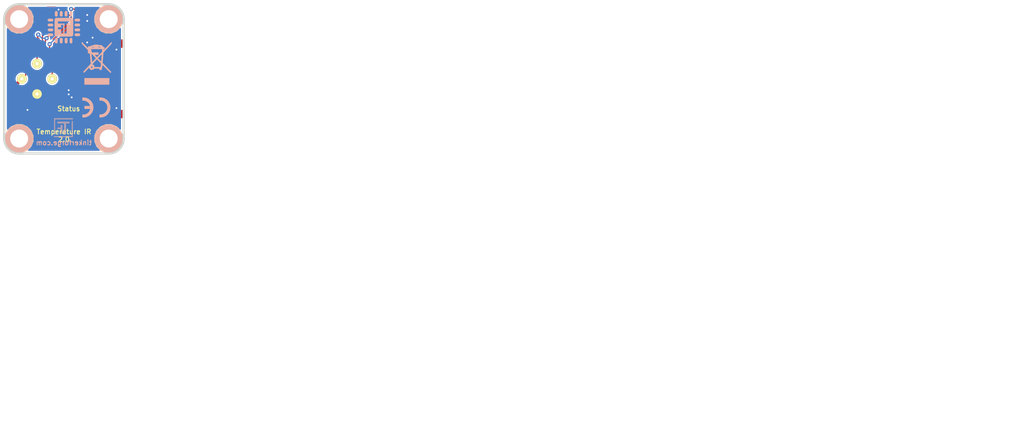
<source format=kicad_pcb>
(kicad_pcb (version 20211014) (generator pcbnew)
  (title_block (title "Temperature IR Bricklet") (date "2017-10-18") (rev "2.0") (company "Tinkerforge GmbH") (comment 1 "Licensed under CERN OHL v.1.1") (comment 2 "Copyright (©) 2017, B.Nordmeyer <bastian@tinkerforge.com>"))
  (layers (0 "F.Cu" signal "Vorderseite") (31 "B.Cu" signal "Rückseite") (34 "B.Paste" user) (35 "F.Paste" user) (36 "B.SilkS" user "B.Silkscreen") (37 "F.SilkS" user "F.Silkscreen") (38 "B.Mask" user) (39 "F.Mask" user) (44 "Edge.Cuts" user))
  (net 0 "")
  (net 1 "GND")
  (net 2 "SCL")
  (net 3 "SDA")
  (net 4 "VCC")
  (net 5 "Net-(P1-Pad6)")
  (net 6 "Net-(C2-Pad1)")
  (net 7 "Net-(D1-Pad2)")
  (net 8 "Net-(P1-Pad4)")
  (net 9 "Net-(P1-Pad5)")
  (net 10 "Net-(P2-Pad1)")
  (net 11 "Net-(P3-Pad2)")
  (net 12 "Net-(R1-Pad1)")
  (net 13 "S-MISO")
  (net 14 "S-MOSI")
  (net 15 "S-CLK")
  (net 16 "S-CS")
  (net 17 "+5V")
  (net 18 "Net-(RP2-Pad6)")
  (net 19 "Net-(RP2-Pad7)")
  (net 20 "Net-(U1-Pad2)")
  (net 21 "Net-(U1-Pad3)")
  (net 22 "Net-(U1-Pad4)")
  (net 23 "Net-(U1-Pad5)")
  (net 24 "Net-(U1-Pad6)")
  (net 25 "Net-(U1-Pad8)")
  (net 26 "Net-(U1-Pad11)")
  (net 27 "Net-(U1-Pad12)")
  (net 28 "Net-(U1-Pad13)")
  (net 29 "Net-(U1-Pad14)")
  (net 30 "Net-(U1-Pad18)")
  (net 31 "Net-(U1-Pad20)")
  (net 32 "Net-(U1-Pad21)")
  (footprint "kicad-libraries:DRILL_NP" (layer "F.Cu") (at 115.88 117.26)
    (fp_text reference "U4" hide)
    (fp_text value "DRILL" hide)
    (pad "" np_thru_hole circle locked (at 0 0) (size 2.99974 2.99974) (drill 2.99974) (layers *.Cu *.Mask "F.SilkS") (clearance 0.89916))
  )
  (footprint "kicad-libraries:DRILL_NP" (layer "F.Cu") (at 130.88 117.26 90)
    (fp_text reference "U7" hide)
    (fp_text value "DRILL" hide)
    (pad "" np_thru_hole circle locked (at 0 0 90) (size 2.99974 2.99974) (drill 2.99974) (layers *.Cu *.Mask "F.SilkS") (clearance 0.89916))
  )
  (footprint "kicad-libraries:TO-39" (layer "F.Cu") (at 118.88 107.26 180)
    (fp_text reference "U2")
    (fp_text value "MLX90614")
    (pad "1" thru_hole circle locked (at -2.54 0 180) (size 1.6002 1.6002) (drill 0.50038) (layers *.Cu *.Mask "F.SilkS") (net 2 "SCL"))
    (pad "2" thru_hole circle locked (at 0 2.54 180) (size 1.6002 1.6002) (drill 0.50038) (layers *.Cu *.Mask "F.SilkS") (net 3 "SDA"))
    (pad "3" thru_hole circle locked (at 2.54 0 180) (size 1.6002 1.6002) (drill 0.50038) (layers *.Cu *.Mask "F.SilkS") (net 4 "VCC"))
    (pad "4" thru_hole circle locked (at 0 -2.54 180) (size 1.6002 1.6002) (drill 0.50038) (layers *.Cu *.Mask "F.SilkS") (net 1 "GND"))
  )
  (footprint "kicad-libraries:Fiducial_Mark" (layer "F.Cu") (at 119.88 118.26)
    (fp_text reference "Fiducial_Mark" hide)
    (fp_text value "VAL**" hide)
    (pad "1" smd circle locked (at 0 0) (size 1.00076 1.00076) (layers "F.Cu" "F.Paste" "F.Mask") (clearance 0.65024))
  )
  (footprint "kicad-libraries:Fiducial_Mark" (layer "F.Cu") (at 131.88 104.26)
    (fp_text reference "Fiducial_Mark" hide)
    (fp_text value "VAL**" hide)
    (pad "1" smd circle locked (at 0 0) (size 1.00076 1.00076) (layers "F.Cu" "F.Paste" "F.Mask") (clearance 0.65024))
  )
  (footprint "kicad-libraries:DRILL_NP" (layer "F.Cu") (at 130.88 97.26 90)
    (fp_text reference "U5" hide)
    (fp_text value "DRILL" hide)
    (pad "" np_thru_hole circle locked (at 0 0 90) (size 2.99974 2.99974) (drill 2.99974) (layers *.Cu *.Mask "F.SilkS") (clearance 0.89916))
  )
  (footprint "kicad-libraries:DRILL_NP" (layer "F.Cu") (at 115.88 97.26)
    (fp_text reference "U6" hide)
    (fp_text value "DRILL" hide)
    (pad "" np_thru_hole circle locked (at 0 0) (size 2.99974 2.99974) (drill 2.99974) (layers *.Cu *.Mask "F.SilkS") (clearance 0.89916))
  )
  (footprint "kicad-libraries:C0805" (layer "F.Cu") (at 126.68 108.76 -90)
    (fp_text reference "C1")
    (fp_text value "10uF")
    (pad "1" smd rect locked (at -1.00076 0 270) (size 1.00076 1.24968) (layers "F.Cu" "F.Paste" "F.Mask") (net 4 "VCC") (clearance 0.14986))
    (pad "2" smd rect locked (at 1.00076 0 270) (size 1.00076 1.24968) (layers "F.Cu" "F.Paste" "F.Mask") (net 1 "GND") (clearance 0.14986))
  )
  (footprint "kicad-libraries:C0603F" (layer "F.Cu") (at 124.98 108.76 90)
    (fp_text reference "C3")
    (fp_text value "1uF")
    (pad "1" smd rect locked (at -0.75 0 90) (size 0.9 0.9) (layers "F.Cu" "F.Paste" "F.Mask") (net 1 "GND"))
    (pad "2" smd rect locked (at 0.75 0 90) (size 0.9 0.9) (layers "F.Cu" "F.Paste" "F.Mask") (net 4 "VCC"))
  )
  (footprint "kicad-libraries:C0603F" (layer "F.Cu") (at 126.08 96.56 -45)
    (fp_text reference "C4")
    (fp_text value "100nF")
    (pad "1" smd rect locked (at -0.75 0 315) (size 0.9 0.9) (layers "F.Cu" "F.Paste" "F.Mask") (net 4 "VCC"))
    (pad "2" smd rect locked (at 0.75 0 315) (size 0.9 0.9) (layers "F.Cu" "F.Paste" "F.Mask") (net 1 "GND"))
  )
  (footprint "kicad-libraries:C0603F" (layer "F.Cu") (at 115.78 112.46)
    (fp_text reference "C5")
    (fp_text value "100nF")
    (pad "1" smd rect locked (at -0.75 0) (size 0.9 0.9) (layers "F.Cu" "F.Paste" "F.Mask") (net 4 "VCC"))
    (pad "2" smd rect locked (at 0.75 0) (size 0.9 0.9) (layers "F.Cu" "F.Paste" "F.Mask") (net 1 "GND"))
  )
  (footprint "kicad-libraries:CON-SENSOR2" (layer "F.Cu") (at 133.38 107.26 90)
    (fp_text reference "P1")
    (fp_text value "CON-SENSOR2")
    (pad "1" smd rect locked (at -3.75 -4.6 90) (size 0.6 1.8) (layers "F.Cu" "F.Paste" "F.Mask") (net 17 "+5V"))
    (pad "2" smd rect locked (at -2.5 -4.6 90) (size 0.6 1.8) (layers "F.Cu" "F.Paste" "F.Mask") (net 1 "GND"))
    (pad "3" smd rect locked (at -1.25 -4.6 90) (size 0.6 1.8) (layers "F.Cu" "F.Paste" "F.Mask") (net 4 "VCC"))
    (pad "4" smd rect locked (at 0 -4.6 90) (size 0.6 1.8) (layers "F.Cu" "F.Paste" "F.Mask") (net 8 "Net-(P1-Pad4)"))
    (pad "5" smd rect locked (at 1.25 -4.6 90) (size 0.6 1.8) (layers "F.Cu" "F.Paste" "F.Mask") (net 9 "Net-(P1-Pad5)"))
    (pad "6" smd rect locked (at 2.5 -4.6 90) (size 0.6 1.8) (layers "F.Cu" "F.Paste" "F.Mask") (net 5 "Net-(P1-Pad6)"))
    (pad "7" smd rect locked (at 3.75 -4.6 90) (size 0.6 1.8) (layers "F.Cu" "F.Paste" "F.Mask") (net 6 "Net-(C2-Pad1)"))
    (pad "EP" smd rect locked (at -5.9 -1.2 90) (size 1.4 2.4) (layers "F.Cu" "F.Paste" "F.Mask") (net 1 "GND"))
    (pad "EP" smd rect locked (at 5.9 -1.2 90) (size 1.4 2.4) (layers "F.Cu" "F.Paste" "F.Mask") (net 1 "GND"))
  )
  (footprint "kicad-libraries:DEBUG_PAD" (layer "F.Cu") (at 119.68 97.16)
    (fp_text reference "P2")
    (fp_text value "DEBUG")
    (pad "1" smd circle locked (at 0 0) (size 0.7 0.7) (layers "F.Cu" "F.Paste" "F.Mask") (net 10 "Net-(P2-Pad1)"))
  )
  (footprint "kicad-libraries:SolderJumper" (layer "F.Cu") (at 121.28 95.86 -90)
    (fp_text reference "P3")
    (fp_text value "BOOT")
    (pad "1" smd rect locked (at -0.5 0 270) (size 0.4 1.4) (layers "F.Cu" "F.Mask") (net 1 "GND"))
    (pad "1" smd rect locked (at -0.225 -0.55 270) (size 0.95 0.3) (layers "F.Cu" "F.Mask") (net 1 "GND"))
    (pad "1" smd rect locked (at -0.225 0.55 270) (size 0.95 0.3) (layers "F.Cu" "F.Mask") (net 1 "GND"))
    (pad "2" smd rect locked (at 0.55 0 270) (size 0.3 1.4) (layers "F.Cu" "F.Mask") (net 11 "Net-(P3-Pad2)"))
    (pad "2" smd rect locked (at 0.15 0 270) (size 0.6 0.5) (layers "F.Cu" "F.Mask") (net 11 "Net-(P3-Pad2)"))
  )
  (footprint "kicad-libraries:R0603F" (layer "F.Cu") (at 125.98 113.76 180)
    (fp_text reference "R1")
    (fp_text value "10k")
    (pad "1" smd rect locked (at -0.75 0 180) (size 0.9 0.9) (layers "F.Cu" "F.Paste" "F.Mask") (net 12 "Net-(R1-Pad1)"))
    (pad "2" smd rect locked (at 0.75 0 180) (size 0.9 0.9) (layers "F.Cu" "F.Paste" "F.Mask") (net 7 "Net-(D1-Pad2)"))
  )
  (footprint "kicad-libraries:4X0402" (layer "F.Cu") (at 125.78 104.16 90)
    (fp_text reference "RP1")
    (fp_text value "82")
    (pad "1" smd rect locked (at -0.7493 0.575 270) (size 0.29972 0.65) (layers "F.Cu" "F.Paste" "F.Mask") (net 8 "Net-(P1-Pad4)"))
    (pad "2" smd rect locked (at -0.24892 0.575 270) (size 0.29972 0.65) (layers "F.Cu" "F.Paste" "F.Mask") (net 9 "Net-(P1-Pad5)"))
    (pad "3" smd rect locked (at 0.24892 0.575 270) (size 0.29972 0.65) (layers "F.Cu" "F.Paste" "F.Mask") (net 5 "Net-(P1-Pad6)"))
    (pad "4" smd rect locked (at 0.7493 0.575 270) (size 0.29972 0.65) (layers "F.Cu" "F.Paste" "F.Mask") (net 6 "Net-(C2-Pad1)"))
    (pad "5" smd rect locked (at 0.7493 -0.575 90) (size 0.29972 0.65) (layers "F.Cu" "F.Paste" "F.Mask") (net 13 "S-MISO"))
    (pad "6" smd rect locked (at 0.24892 -0.575 90) (size 0.29972 0.65) (layers "F.Cu" "F.Paste" "F.Mask") (net 14 "S-MOSI"))
    (pad "7" smd rect locked (at -0.24892 -0.575 90) (size 0.29972 0.65) (layers "F.Cu" "F.Paste" "F.Mask") (net 15 "S-CLK"))
    (pad "8" smd rect locked (at -0.7493 -0.575 90) (size 0.29972 0.65) (layers "F.Cu" "F.Paste" "F.Mask") (net 16 "S-CS"))
  )
  (footprint "kicad-libraries:QFN24-4x4mm-0.5mm" (layer "F.Cu") (at 123.48 99.16 135)
    (fp_text reference "U1")
    (fp_text value "XMC110024")
    (pad "1" smd oval locked (at -2.025 -1.25 135) (size 1 0.3) (layers "F.Cu" "F.Paste" "F.Mask") (net 13 "S-MISO"))
    (pad "2" smd oval locked (at -2.025 -0.75 135) (size 1 0.3) (layers "F.Cu" "F.Paste" "F.Mask") (net 20 "Net-(U1-Pad2)"))
    (pad "3" smd oval locked (at -2.025 -0.25 135) (size 1 0.3) (layers "F.Cu" "F.Paste" "F.Mask") (net 21 "Net-(U1-Pad3)"))
    (pad "4" smd oval locked (at -2.025 0.25 135) (size 1 0.3) (layers "F.Cu" "F.Paste" "F.Mask") (net 22 "Net-(U1-Pad4)"))
    (pad "5" smd oval locked (at -2.025 0.75 135) (size 1 0.3) (layers "F.Cu" "F.Paste" "F.Mask") (net 23 "Net-(U1-Pad5)"))
    (pad "6" smd oval locked (at -2.025 1.25 135) (size 1 0.3) (layers "F.Cu" "F.Paste" "F.Mask") (net 24 "Net-(U1-Pad6)"))
    (pad "7" smd oval locked (at -1.25 2.025 225) (size 1 0.3) (layers "F.Cu" "F.Paste" "F.Mask") (net 12 "Net-(R1-Pad1)"))
    (pad "8" smd oval locked (at -0.75 2.025 225) (size 1 0.3) (layers "F.Cu" "F.Paste" "F.Mask") (net 25 "Net-(U1-Pad8)"))
    (pad "9" smd oval locked (at -0.25 2.025 225) (size 1 0.3) (layers "F.Cu" "F.Paste" "F.Mask") (net 1 "GND"))
    (pad "10" smd oval locked (at 0.25 2.025 225) (size 1 0.3) (layers "F.Cu" "F.Paste" "F.Mask") (net 4 "VCC"))
    (pad "11" smd oval locked (at 0.75 2.025 225) (size 1 0.3) (layers "F.Cu" "F.Paste" "F.Mask") (net 26 "Net-(U1-Pad11)"))
    (pad "12" smd oval locked (at 1.25 2.025 225) (size 1 0.3) (layers "F.Cu" "F.Paste" "F.Mask") (net 27 "Net-(U1-Pad12)"))
    (pad "13" smd oval locked (at 2.025 1.25 135) (size 1 0.3) (layers "F.Cu" "F.Paste" "F.Mask") (net 28 "Net-(U1-Pad13)"))
    (pad "14" smd oval locked (at 2.025 0.75 135) (size 1 0.3) (layers "F.Cu" "F.Paste" "F.Mask") (net 29 "Net-(U1-Pad14)"))
    (pad "15" smd oval locked (at 2.025 0.25 135) (size 1 0.3) (layers "F.Cu" "F.Paste" "F.Mask") (net 11 "Net-(P3-Pad2)"))
    (pad "16" smd oval locked (at 2.025 -0.25 135) (size 1 0.3) (layers "F.Cu" "F.Paste" "F.Mask") (net 10 "Net-(P2-Pad1)"))
    (pad "17" smd oval locked (at 2.025 -0.75 135) (size 1 0.3) (layers "F.Cu" "F.Paste" "F.Mask") (net 3 "SDA"))
    (pad "18" smd oval locked (at 2.025 -1.25 135) (size 1 0.3) (layers "F.Cu" "F.Paste" "F.Mask") (net 30 "Net-(U1-Pad18)"))
    (pad "19" smd oval locked (at 1.25 -2.025 225) (size 1 0.3) (layers "F.Cu" "F.Paste" "F.Mask") (net 2 "SCL"))
    (pad "20" smd oval locked (at 0.75 -2.025 225) (size 1 0.3) (layers "F.Cu" "F.Paste" "F.Mask") (net 31 "Net-(U1-Pad20)"))
    (pad "21" smd oval locked (at 0.25 -2.025 225) (size 1 0.3) (layers "F.Cu" "F.Paste" "F.Mask") (net 32 "Net-(U1-Pad21)"))
    (pad "22" smd oval locked (at -0.25 -2.025 225) (size 1 0.3) (layers "F.Cu" "F.Paste" "F.Mask") (net 16 "S-CS"))
    (pad "23" smd oval locked (at -0.75 -2.025 225) (size 1 0.3) (layers "F.Cu" "F.Paste" "F.Mask") (net 15 "S-CLK"))
    (pad "24" smd oval locked (at -1.25 -2.025 225) (size 1 0.3) (layers "F.Cu" "F.Paste" "F.Mask") (net 14 "S-MOSI"))
    (pad "EXP" smd rect locked (at -0.65 -0.65 135) (size 1.3 1.3) (layers "F.Cu" "F.Paste" "F.Mask") (net 1 "GND"))
    (pad "EXP" smd rect locked (at -0.65 0.65 135) (size 1.3 1.3) (layers "F.Cu" "F.Paste" "F.Mask") (net 1 "GND"))
    (pad "EXP" smd rect locked (at 0.65 -0.65 135) (size 1.3 1.3) (layers "F.Cu" "F.Paste" "F.Mask") (net 1 "GND"))
    (pad "EXP" smd rect locked (at 0.65 0.65 135) (size 1.3 1.3) (layers "F.Cu" "F.Paste" "F.Mask") (net 1 "GND"))
  )
  (footprint "kicad-libraries:4X0402" (layer "F.Cu") (at 118.38 101.26 -90)
    (fp_text reference "RP2")
    (fp_text value "2k2")
    (pad "1" smd rect locked (at -0.7493 0.575 90) (size 0.29972 0.65) (layers "F.Cu" "F.Paste" "F.Mask") (net 4 "VCC"))
    (pad "2" smd rect locked (at -0.24892 0.575 90) (size 0.29972 0.65) (layers "F.Cu" "F.Paste" "F.Mask") (net 4 "VCC"))
    (pad "3" smd rect locked (at 0.24892 0.575 90) (size 0.29972 0.65) (layers "F.Cu" "F.Paste" "F.Mask") (net 4 "VCC"))
    (pad "4" smd rect locked (at 0.7493 0.575 90) (size 0.29972 0.65) (layers "F.Cu" "F.Paste" "F.Mask") (net 4 "VCC"))
    (pad "5" smd rect locked (at 0.7493 -0.575 270) (size 0.29972 0.65) (layers "F.Cu" "F.Paste" "F.Mask") (net 3 "SDA"))
    (pad "6" smd rect locked (at 0.24892 -0.575 270) (size 0.29972 0.65) (layers "F.Cu" "F.Paste" "F.Mask") (net 18 "Net-(RP2-Pad6)"))
    (pad "7" smd rect locked (at -0.24892 -0.575 270) (size 0.29972 0.65) (layers "F.Cu" "F.Paste" "F.Mask") (net 19 "Net-(RP2-Pad7)"))
    (pad "8" smd rect locked (at -0.7493 -0.575 270) (size 0.29972 0.65) (layers "F.Cu" "F.Paste" "F.Mask") (net 2 "SCL"))
  )
  (footprint "kicad-libraries:C0402F" (layer "F.Cu") (at 128.18 101.76 90)
    (fp_text reference "C2")
    (fp_text value "220pF")
    (pad "1" smd rect locked (at -0.5 0 90) (size 0.6 0.7) (layers "F.Cu" "F.Paste" "F.Mask") (net 6 "Net-(C2-Pad1)"))
    (pad "2" smd rect locked (at 0.5 0 90) (size 0.6 0.7) (layers "F.Cu" "F.Paste" "F.Mask") (net 1 "GND"))
  )
  (footprint "kicad-libraries:D0603F" (layer "F.Cu") (at 122.88 113.76)
    (fp_text reference "D1")
    (fp_text value "blue")
    (pad "1" smd rect locked (at -0.75 0) (size 0.9 0.9) (layers "F.Cu" "F.Paste" "F.Mask") (net 4 "VCC"))
    (pad "2" smd rect locked (at 0.75 0) (size 0.9 0.9) (layers "F.Cu" "F.Paste" "F.Mask") (net 7 "Net-(D1-Pad2)"))
  )
  (footprint "kicad-libraries:Logo_31x31" (layer "B.Cu") (at 124.88 113.86 180)
    (fp_text reference "Ref**" hide)
    (fp_text value "Val**" hide)
  )
  (footprint "kicad-libraries:WEEE_7mm" (layer "B.Cu") (at 128.88 104.66 180)
    (fp_text reference "VAL" hide)
    (fp_text value "WEEE_7mm" hide)
  )
  (footprint "kicad-libraries:CE_5mm" (layer "B.Cu") (at 128.78 112.06 180)
    (fp_text reference "VAL" hide)
    (fp_text value "CE_5mm" hide)
  )
  (footprint "kicad-libraries:Logo_CoMCU" (layer "B.Cu") (at 123.38 98.61 180)
    (fp_text reference "G***" hide)
    (fp_text value "LOGO" hide)
  )
  (gr_arc (start 133.38 117.26) (mid 132.647767 119.027767) (end 130.88 119.76) (layer "Edge.Cuts") (width 0.381))
  (gr_arc (start 113.38 97.26) (mid 114.112233 95.492233) (end 115.88 94.76) (layer "Edge.Cuts") (width 0.381))
  (gr_line (start 115.88 119.76) (end 130.88 119.76) (layer "Edge.Cuts") (width 0.381))
  (gr_arc (start 130.88 94.76) (mid 132.647767 95.492233) (end 133.38 97.26) (layer "Edge.Cuts") (width 0.381))
  (gr_line (start 133.38 97.26) (end 133.38 117.26) (layer "Edge.Cuts") (width 0.381))
  (gr_line (start 115.88 94.76) (end 130.88 94.76) (layer "Edge.Cuts") (width 0.381))
  (gr_arc (start 115.88 119.76) (mid 114.112233 119.027767) (end 113.38 117.26) (layer "Edge.Cuts") (width 0.381))
  (gr_line (start 113.38 117.26) (end 113.38 97.26) (layer "Edge.Cuts") (width 0.381))
  (gr_text "tinkerforge.com" (at 123.38 117.96) (layer "B.SilkS") (effects (font (size 0.8001 0.8001) (thickness 0.14986)) (justify mirror)))
  (gr_text "Temperature IR\n2.0" (at 123.38 116.76) (layer "F.SilkS") (effects (font (size 0.8001 0.8001) (thickness 0.14986))))
  (gr_text "Status" (at 124.18 112.26) (layer "F.SilkS") (effects (font (size 0.8001 0.8001) (thickness 0.14986))))
  (segment (start 119.42 109.8) (end 118.88 109.8) (width 0.2) (layer "F.Cu") (net 1))
  (segment (start 125.903223 97.09033) (end 126.61033 97.09033) (width 0.3) (layer "F.Cu") (net 1))
  (segment (start 126.68076 109.76) (end 126.68 109.76076) (width 0.5) (layer "F.Cu") (net 1))
  (segment (start 125.88076 109.76076) (end 125.63 109.51) (width 0.5) (layer "F.Cu") (net 1))
  (segment (start 125.63 109.51) (end 124.98 109.51) (width 0.5) (layer "F.Cu") (net 1))
  (segment (start 127.33 101.11) (end 127.28 101.16) (width 0.5) (layer "F.Cu") (net 1))
  (segment (start 124.53 109.51) (end 124.18 109.16) (width 0.5) (layer "F.Cu") (net 1))
  (segment (start 124.53 109.51) (end 124.18 109.86) (width 0.5) (layer "F.Cu") (net 1))
  (segment (start 124.98 110.06) (end 124.68 110.36) (width 0.5) (layer "F.Cu") (net 1))
  (segment (start 127.08 97.56) (end 127.28 97.56) (width 0.5) (layer "F.Cu") (net 1))
  (segment (start 127.14066 96.56) (end 127.28 96.56) (width 0.5) (layer "F.Cu") (net 1))
  (segment (start 121.98 95.36) (end 122.28 95.66) (width 0.2) (layer "F.Cu") (net 1))
  (segment (start 122.28 95.66) (end 122.48 95.66) (width 0.2) (layer "F.Cu") (net 1))
  (segment (start 124.399239 98.594314) (end 124.399239 99.16) (width 0.3) (layer "F.Cu") (net 1))
  (segment (start 120.68 95.36) (end 120.68 95.56) (width 0.2) (layer "F.Cu") (net 1))
  (segment (start 120.68 95.56) (end 120.78 95.66) (width 0.2) (layer "F.Cu") (net 1))
  (segment (start 120.78 95.66) (end 120.73 95.635) (width 0.2) (layer "F.Cu") (net 1))
  (segment (start 123.48 98.240761) (end 122.560761 99.16) (width 0.2) (layer "F.Cu") (net 1))
  (segment (start 125.088668 97.904885) (end 124.399239 98.594314) (width 0.3) (layer "F.Cu") (net 1))
  (segment (start 124.98 109.51) (end 124.98 110.06) (width 0.5) (layer "F.Cu") (net 1))
  (segment (start 132.18 113.16) (end 132.18 112.16) (width 0.5) (layer "F.Cu") (net 1))
  (segment (start 128.78 109.76) (end 126.68076 109.76) (width 0.5) (layer "F.Cu") (net 1))
  (segment (start 126.61033 97.09033) (end 127.14066 96.56) (width 0.5) (layer "F.Cu") (net 1))
  (segment (start 128.18 101.11) (end 127.33 101.11) (width 0.5) (layer "F.Cu") (net 1))
  (segment (start 124.399239 99.16) (end 123.48 98.240761) (width 0.2) (layer "F.Cu") (net 1))
  (segment (start 116.53 112.46) (end 117.28 112.46) (width 0.5) (layer "F.Cu") (net 1))
  (segment (start 121.28 95.36) (end 120.68 95.36) (width 0.2) (layer "F.Cu") (net 1))
  (segment (start 126.68 109.76076) (end 125.88076 109.76076) (width 0.5) (layer "F.Cu") (net 1))
  (segment (start 126.61033 97.09033) (end 127.08 97.56) (width 0.5) (layer "F.Cu") (net 1))
  (segment (start 123.48 100.079239) (end 124.399239 99.16) (width 0.2) (layer "F.Cu") (net 1))
  (segment (start 128.18 101.11) (end 128.18 100.36) (width 0.5) (layer "F.Cu") (net 1))
  (segment (start 124.98 109.51) (end 124.53 109.51) (width 0.5) (layer "F.Cu") (net 1))
  (segment (start 125.088668 97.904885) (end 125.903223 97.09033) (width 0.3) (layer "F.Cu") (net 1))
  (segment (start 132.18 101.36) (end 132.18 102.36) (width 0.5) (layer "F.Cu") (net 1))
  (segment (start 121.28 95.36) (end 121.98 95.36) (width 0.2) (layer "F.Cu") (net 1))
  (via (at 127.28 97.56) (size 0.7) (drill 0.3) (layers "F.Cu" "B.Cu") (net 1))
  (via (at 124.18 109.16) (size 0.7) (drill 0.3) (layers "F.Cu" "B.Cu") (net 1))
  (via (at 117.28 112.46) (size 0.7) (drill 0.3) (layers "F.Cu" "B.Cu") (net 1))
  (via (at 124.18 109.86) (size 0.7) (drill 0.3) (layers "F.Cu" "B.Cu") (net 1))
  (via (at 127.28 96.56) (size 0.7) (drill 0.3) (layers "F.Cu" "B.Cu") (net 1))
  (via (at 127.28 101.16) (size 0.7) (drill 0.3) (layers "F.Cu" "B.Cu") (net 1))
  (via (at 132.18 102.36) (size 0.7) (drill 0.3) (layers "F.Cu" "B.Cu") (net 1))
  (via (at 128.18 100.36) (size 0.7) (drill 0.3) (layers "F.Cu" "B.Cu") (net 1))
  (via (at 124.68 110.36) (size 0.7) (drill 0.3) (layers "F.Cu" "B.Cu") (net 1))
  (via (at 132.18 112.16) (size 0.7) (drill 0.3) (layers "F.Cu" "B.Cu") (net 1))
  (via (at 122.48 95.66) (size 0.7) (drill 0.3) (layers "F.Cu" "B.Cu") (net 1))
  (segment (start 121.42 104.8) (end 120.28 103.66) (width 0.2) (layer "F.Cu") (net 2))
  (segment (start 120.28 103.66) (end 120.28 100.592233) (width 0.2) (layer "F.Cu") (net 2))
  (segment (start 120.28 100.592233) (end 120.446117 100.426116) (width 0.2) (layer "F.Cu") (net 2))
  (segment (start 118.955 99.985) (end 119.08 99.86) (width 0.2) (layer "F.Cu") (net 2))
  (segment (start 120.48 100.46) (end 120.446117 100.426117) (width 0.2) (layer "F.Cu") (net 2))
  (segment (start 120.446117 100.426117) (end 120.446117 100.426116) (width 0.2) (layer "F.Cu") (net 2))
  (segment (start 120.446117 100.426116) (end 121.164225 99.708008) (width 0.2) (layer "F.Cu") (net 2))
  (segment (start 121.42 107.26) (end 121.42 104.8) (width 0.2) (layer "F.Cu") (net 2))
  (segment (start 118.955 100.5107) (end 118.955 99.985) (width 0.2) (layer "F.Cu") (net 2))
  (via (at 120.48 100.46) (size 0.7) (drill 0.3) (layers "F.Cu" "B.Cu") (net 2))
  (via (at 119.08 99.86) (size 0.7) (drill 0.3) (layers "F.Cu" "B.Cu") (net 2))
  (segment (start 119.08 99.86) (end 119.68 100.46) (width 0.2) (layer "B.Cu") (net 2))
  (segment (start 119.68 100.46) (end 120.48 100.46) (width 0.2) (layer "B.Cu") (net 2))
  (segment (start 118.88 103.66) (end 119.78 102.76) (width 0.2) (layer "F.Cu") (net 3))
  (segment (start 119.78 102.76) (end 119.78 101.56) (width 0.2) (layer "F.Cu") (net 3))
  (segment (start 119.78 98.56) (end 120.48 97.86) (width 0.2) (layer "F.Cu") (net 3))
  (segment (start 120.48 97.86) (end 121.11934 97.86) (width 0.2) (layer "F.Cu") (net 3))
  (segment (start 121.11934 97.86) (end 121.517779 98.258439) (width 0.2) (layer "F.Cu") (net 3))
  (segment (start 119.3307 102.0093) (end 119.78 101.56) (width 0.2) (layer "F.Cu") (net 3))
  (segment (start 119.78 101.56) (end 119.78 98.56) (width 0.2) (layer "F.Cu") (net 3))
  (segment (start 118.88 104.72) (end 118.88 103.66) (width 0.2) (layer "F.Cu") (net 3))
  (segment (start 118.955 102.0093) (end 119.3307 102.0093) (width 0.2) (layer "F.Cu") (net 3))
  (segment (start 125.54967 96.736777) (end 125.54967 96.02967) (width 0.3) (layer "F.Cu") (net 4))
  (segment (start 128.03 108.51) (end 127.27924 107.75924) (width 0.5) (layer "F.Cu") (net 4))
  (segment (start 127.27924 107.75924) (end 126.68 107.75924) (width 0.5) (layer "F.Cu") (net 4))
  (segment (start 125.98076 107.75924) (end 125.73 108.01) (width 0.5) (layer "F.Cu") (net 4))
  (segment (start 125.73 108.01) (end 124.98 108.01) (width 0.5) (layer "F.Cu") (net 4))
  (segment (start 123.63 108.01) (end 122.0299 109.6101) (width 0.5) (layer "F.Cu") (net 4))
  (segment (start 122.0299 109.6101) (end 122.0299 113.76) (width 0.5) (layer "F.Cu") (net 4))
  (segment (start 115.58 113.76) (end 115.03 113.21) (width 0.5) (layer "F.Cu") (net 4))
  (segment (start 115.03 113.21) (end 115.03 112.46) (width 0.5) (layer "F.Cu") (net 4))
  (segment (start 115.03 108.57) (end 116.34 107.26) (width 0.5) (layer "F.Cu") (net 4))
  (segment (start 117.2293 100.5107) (end 116.98 100.76) (width 0.2) (layer "F.Cu") (net 4))
  (segment (start 116.98 100.76) (end 116.98 101.76) (width 0.2) (layer "F.Cu") (net 4))
  (segment (start 116.98 101.76) (end 117.2293 102.0093) (width 0.2) (layer "F.Cu") (net 4))
  (segment (start 117.2293 102.0093) (end 117.805 102.0093) (width 0.2) (layer "F.Cu") (net 4))
  (segment (start 116.98 106.62) (end 116.34 107.26) (width 0.2) (layer "F.Cu") (net 4))
  (segment (start 117.23108 101.01108) (end 116.98 100.76) (width 0.2) (layer "F.Cu") (net 4))
  (segment (start 117.23108 101.50892) (end 116.98 101.76) (width 0.2) (layer "F.Cu") (net 4))
  (segment (start 125.08 95.56) (end 124.58 95.56) (width 0.2) (layer "F.Cu") (net 4))
  (segment (start 120.98 103.26) (end 124.98 107.26) (width 0.2) (layer "F.Cu") (net 4))
  (segment (start 124.98 107.26) (end 124.98 108.01) (width 0.2) (layer "F.Cu") (net 4))
  (segment (start 124.98 108.01) (end 123.63 108.01) (width 0.5) (layer "F.Cu") (net 4))
  (segment (start 124.735115 97.551332) (end 125.54967 96.736777) (width 0.3) (layer "F.Cu") (net 4))
  (segment (start 117.805 101.01108) (end 117.23108 101.01108) (width 0.2) (layer "F.Cu") (net 4))
  (segment (start 128.78 108.51) (end 128.03 108.51) (width 0.5) (layer "F.Cu") (net 4))
  (segment (start 116.98 101.76) (end 116.98 106.62) (width 0.2) (layer "F.Cu") (net 4))
  (segment (start 122.0299 113.76) (end 115.58 113.76) (width 0.5) (layer "F.Cu") (net 4))
  (segment (start 120.98 101.46) (end 120.98 103.26) (width 0.2) (layer "F.Cu") (net 4))
  (segment (start 117.805 101.50892) (end 117.23108 101.50892) (width 0.2) (layer "F.Cu") (net 4))
  (segment (start 117.805 100.5107) (end 117.2293 100.5107) (width 0.2) (layer "F.Cu") (net 4))
  (segment (start 126.68 107.75924) (end 125.98076 107.75924) (width 0.5) (layer "F.Cu") (net 4))
  (segment (start 115.03 112.46) (end 115.03 108.57) (width 0.5) (layer "F.Cu") (net 4))
  (segment (start 125.54967 96.02967) (end 125.08 95.56) (width 0.2) (layer "F.Cu") (net 4))
  (via (at 120.98 101.46) (size 0.7) (drill 0.3) (layers "F.Cu" "B.Cu") (net 4))
  (via (at 124.58 95.56) (size 0.7) (drill 0.3) (layers "F.Cu" "B.Cu") (net 4))
  (segment (start 124.58 95.56) (end 124.58 97.86) (width 0.2) (layer "B.Cu") (net 4))
  (segment (start 124.58 97.86) (end 120.98 101.46) (width 0.2) (layer "B.Cu") (net 4))
  (segment (start 128.28 104.76) (end 127.43108 103.91108) (width 0.2) (layer "F.Cu") (net 5))
  (segment (start 127.43108 103.91108) (end 126.355 103.91108) (width 0.2) (layer "F.Cu") (net 5))
  (segment (start 128.78 104.76) (end 128.28 104.76) (width 0.2) (layer "F.Cu") (net 5))
  (segment (start 126.8293 103.4107) (end 127.83 102.41) (width 0.2) (layer "F.Cu") (net 6))
  (segment (start 127.83 102.41) (end 128.18 102.41) (width 0.2) (layer "F.Cu") (net 6))
  (segment (start 128.18 102.91) (end 128.78 103.51) (width 0.2) (layer "F.Cu") (net 6))
  (segment (start 128.18 102.41) (end 128.18 102.91) (width 0.2) (layer "F.Cu") (net 6))
  (segment (start 126.355 103.4107) (end 126.8293 103.4107) (width 0.2) (layer "F.Cu") (net 6))
  (segment (start 125.58 113.76) (end 125.23 113.76) (width 0.2) (layer "F.Cu") (net 7))
  (segment (start 123.7301 113.76) (end 125.58 113.76) (width 0.2) (layer "F.Cu") (net 7))
  (segment (start 126.648958 104.9093) (end 127.08 105.340342) (width 0.2) (layer "F.Cu") (net 8))
  (segment (start 127.08 105.340342) (end 127.08 106.16) (width 0.2) (layer "F.Cu") (net 8))
  (segment (start 127.08 106.16) (end 128.18 107.26) (width 0.2) (layer "F.Cu") (net 8))
  (segment (start 128.18 107.26) (end 128.78 107.26) (width 0.2) (layer "F.Cu") (net 8))
  (segment (start 126.355 104.9093) (end 126.648958 104.9093) (width 0.2) (layer "F.Cu") (net 8))
  (segment (start 127.02892 104.40892) (end 127.58 104.96) (width 0.2) (layer "F.Cu") (net 9))
  (segment (start 127.58 104.96) (end 127.58 105.76) (width 0.2) (layer "F.Cu") (net 9))
  (segment (start 127.58 105.76) (end 127.83 106.01) (width 0.2) (layer "F.Cu") (net 9))
  (segment (start 127.83 106.01) (end 128.78 106.01) (width 0.2) (layer "F.Cu") (net 9))
  (segment (start 126.355 104.40892) (end 127.02892 104.40892) (width 0.2) (layer "F.Cu") (net 9))
  (segment (start 121.126447 97.16) (end 119.68 97.16) (width 0.2) (layer "F.Cu") (net 10))
  (segment (start 121.871332 97.904885) (end 121.126447 97.16) (width 0.2) (layer "F.Cu") (net 10))
  (segment (start 121.28 96.606447) (end 121.28 96.41) (width 0.2) (layer "F.Cu") (net 11))
  (segment (start 122.224885 97.551332) (end 121.28 96.606447) (width 0.2) (layer "F.Cu") (net 11))
  (segment (start 121.28 96.41) (end 121.28 96.01) (width 0.2) (layer "F.Cu") (net 11))
  (segment (start 128.38 113.76) (end 130.18 111.96) (width 0.2) (layer "F.Cu") (net 12))
  (segment (start 130.18 111.96) (end 130.18 101.16) (width 0.2) (layer "F.Cu") (net 12))
  (segment (start 130.18 101.16) (end 127.28 98.26) (width 0.2) (layer "F.Cu") (net 12))
  (segment (start 127.28 98.26) (end 126.147767 98.26) (width 0.2) (layer "F.Cu") (net 12))
  (segment (start 126.147767 98.26) (end 125.795775 98.611992) (width 0.2) (layer "F.Cu") (net 12))
  (segment (start 126.73 113.76) (end 128.38 113.76) (width 0.2) (layer "F.Cu") (net 12))
  (segment (start 124.8307 103.4107) (end 124.48 103.06) (width 0.2) (layer "F.Cu") (net 13))
  (segment (start 124.48 103.06) (end 124.48 101.927767) (width 0.2) (layer "F.Cu") (net 13))
  (segment (start 124.48 101.927767) (end 124.028008 101.475775) (width 0.2) (layer "F.Cu") (net 13))
  (segment (start 125.205 103.4107) (end 124.8307 103.4107) (width 0.2) (layer "F.Cu") (net 13))
  (segment (start 123.93108 103.91108) (end 122.58 102.56) (width 0.2) (layer "F.Cu") (net 14))
  (segment (start 122.58 102.56) (end 122.58 101.827767) (width 0.2) (layer "F.Cu") (net 14))
  (segment (start 122.58 101.827767) (end 122.931992 101.475775) (width 0.2) (layer "F.Cu") (net 14))
  (segment (start 125.205 103.91108) (end 123.93108 103.91108) (width 0.2) (layer "F.Cu") (net 14))
  (segment (start 123.72892 104.40892) (end 122.08 102.76) (width 0.2) (layer "F.Cu") (net 15))
  (segment (start 122.08 102.76) (end 122.08 101.62066) (width 0.2) (layer "F.Cu") (net 15))
  (segment (start 122.08 101.62066) (end 122.578439 101.122221) (width 0.2) (layer "F.Cu") (net 15))
  (segment (start 125.205 104.40892) (end 123.72892 104.40892) (width 0.2) (layer "F.Cu") (net 15))
  (segment (start 123.5293 104.9093) (end 121.68 103.06) (width 0.2) (layer "F.Cu") (net 16))
  (segment (start 121.68 103.06) (end 121.68 101.313553) (width 0.2) (layer "F.Cu") (net 16))
  (segment (start 121.68 101.313553) (end 122.224885 100.768668) (width 0.2) (layer "F.Cu") (net 16))
  (segment (start 125.205 104.9093) (end 123.5293 104.9093) (width 0.2) (layer "F.Cu") (net 16))
  (zone (net 1) (net_name "GND") (layer "B.Cu") (connect_pads yes (clearance 0.25)) (min_thickness 0.22) (fill yes (thermal_gap 0.25) (thermal_bridge_width 0.25))
    (polygon (pts (xy 133.38 119.76) (xy 113.38 119.76) (xy 113.38 94.76) (xy 133.38 94.76)))
  )
)
</source>
